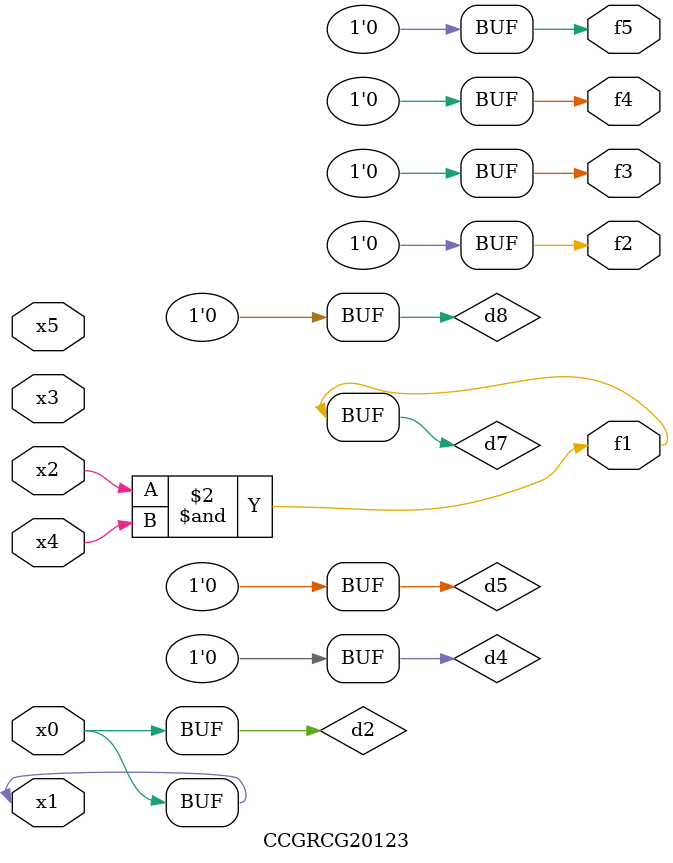
<source format=v>
module CCGRCG20123(
	input x0, x1, x2, x3, x4, x5,
	output f1, f2, f3, f4, f5
);

	wire d1, d2, d3, d4, d5, d6, d7, d8, d9;

	nand (d1, x1);
	buf (d2, x0, x1);
	nand (d3, x2, x4);
	and (d4, d1, d2);
	and (d5, d1, d2);
	nand (d6, d1, d3);
	not (d7, d3);
	xor (d8, d5);
	nor (d9, d5, d6);
	assign f1 = d7;
	assign f2 = d8;
	assign f3 = d8;
	assign f4 = d8;
	assign f5 = d8;
endmodule

</source>
